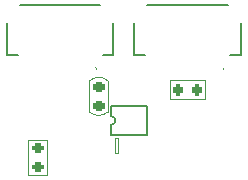
<source format=gbr>
%TF.GenerationSoftware,KiCad,Pcbnew,9.0.0*%
%TF.CreationDate,2025-02-26T19:49:16+08:00*%
%TF.ProjectId,keyboard,6b657962-6f61-4726-942e-6b696361645f,rev?*%
%TF.SameCoordinates,Original*%
%TF.FileFunction,Legend,Top*%
%TF.FilePolarity,Positive*%
%FSLAX46Y46*%
G04 Gerber Fmt 4.6, Leading zero omitted, Abs format (unit mm)*
G04 Created by KiCad (PCBNEW 9.0.0) date 2025-02-26 19:49:16*
%MOMM*%
%LPD*%
G01*
G04 APERTURE LIST*
G04 Aperture macros list*
%AMRoundRect*
0 Rectangle with rounded corners*
0 $1 Rounding radius*
0 $2 $3 $4 $5 $6 $7 $8 $9 X,Y pos of 4 corners*
0 Add a 4 corners polygon primitive as box body*
4,1,4,$2,$3,$4,$5,$6,$7,$8,$9,$2,$3,0*
0 Add four circle primitives for the rounded corners*
1,1,$1+$1,$2,$3*
1,1,$1+$1,$4,$5*
1,1,$1+$1,$6,$7*
1,1,$1+$1,$8,$9*
0 Add four rect primitives between the rounded corners*
20,1,$1+$1,$2,$3,$4,$5,0*
20,1,$1+$1,$4,$5,$6,$7,0*
20,1,$1+$1,$6,$7,$8,$9,0*
20,1,$1+$1,$8,$9,$2,$3,0*%
%AMOutline4P*
0 Free polygon, 4 corners , with rotation*
0 The origin of the aperture is its center*
0 number of corners: always 4*
0 $1 to $8 corner X, Y*
0 $9 Rotation angle, in degrees counterclockwise*
0 create outline with 4 corners*
4,1,4,$1,$2,$3,$4,$5,$6,$7,$8,$1,$2,$9*%
G04 Aperture macros list end*
%ADD10C,0.120000*%
%ADD11C,0.200000*%
%ADD12C,0.100000*%
%ADD13RoundRect,0.200000X0.200000X0.275000X-0.200000X0.275000X-0.200000X-0.275000X0.200000X-0.275000X0*%
%ADD14RoundRect,0.200000X0.275000X-0.200000X0.275000X0.200000X-0.275000X0.200000X-0.275000X-0.200000X0*%
%ADD15RoundRect,0.225000X-0.250000X0.225000X-0.250000X-0.225000X0.250000X-0.225000X0.250000X0.225000X0*%
%ADD16O,0.381000X1.371600*%
%ADD17RoundRect,0.050800X0.139700X-0.635000X0.139700X0.635000X-0.139700X0.635000X-0.139700X-0.635000X0*%
%ADD18C,3.200000*%
%ADD19R,0.600000X1.550000*%
%ADD20R,1.200000X1.800000*%
%ADD21R,3.611111X4.000000*%
%ADD22Outline4P,0.000000X-1.000000X0.000000X-1.000000X2.166666X1.000000X-2.166666X1.000000X0.000000*%
%ADD23Outline4P,-2.166666X-1.000000X2.166666X-1.000000X0.000000X1.000000X0.000000X1.000000X0.000000*%
%ADD24Outline4P,-1.083333X0.000000X1.083333X-2.000000X1.083333X2.000000X-1.083333X0.000000X0.000000*%
%ADD25R,2.166666X4.000000*%
%ADD26R,3.611110X4.000000*%
G04 APERTURE END LIST*
D10*
%TO.C,R1*%
X179160000Y-93191750D02*
X179160000Y-94791750D01*
X179160000Y-94791750D02*
X182160000Y-94791750D01*
X182160000Y-94791750D02*
X182160000Y-93191750D01*
X182160000Y-93191750D02*
X179160000Y-93191750D01*
%TO.C,R2*%
X168810000Y-101208250D02*
X168810000Y-98208250D01*
X167210000Y-101208250D02*
X168810000Y-101208250D01*
X167210000Y-98208250D02*
X167210000Y-101208250D01*
X168810000Y-98208250D02*
X167210000Y-98208250D01*
%TO.C,C4*%
X172360892Y-93252750D02*
X172360894Y-95852750D01*
X173960896Y-95852750D02*
X173960894Y-93252750D01*
X172360892Y-93252750D02*
G75*
G02*
X173960894Y-93252750I800001J-840224D01*
G01*
X173960896Y-95852750D02*
G75*
G02*
X172360894Y-95852750I-800001J840224D01*
G01*
D11*
%TO.C,U3*%
X174230542Y-96242740D02*
G75*
G02*
X174230542Y-96942760I0J-350010D01*
G01*
X174230542Y-97820740D02*
X177230542Y-97820740D01*
X174230542Y-97820740D02*
X174230542Y-96942740D01*
X177230542Y-97820740D02*
X177230542Y-95364760D01*
X174230542Y-96242760D02*
X174230542Y-95364760D01*
X174230542Y-95364760D02*
X177230542Y-95364760D01*
%TO.C,J2*%
X165405000Y-91050000D02*
X165405000Y-88325000D01*
X166305000Y-91050000D02*
X165405000Y-91050000D01*
D12*
X172905000Y-92125000D02*
X172905000Y-92125000D01*
X172905000Y-92225000D02*
X172905000Y-92225000D01*
D11*
X173305000Y-86800000D02*
X166505000Y-86800000D01*
X173505000Y-91050000D02*
X174405000Y-91050000D01*
X174405000Y-91050000D02*
X174405000Y-88325000D01*
D12*
X172905000Y-92125000D02*
G75*
G02*
X172905000Y-92225000I0J-50000D01*
G01*
X172905000Y-92225000D02*
G75*
G02*
X172905000Y-92125000I0J50000D01*
G01*
D11*
%TO.C,J3*%
X176185000Y-91050000D02*
X176185000Y-88325000D01*
X177085000Y-91050000D02*
X176185000Y-91050000D01*
D12*
X183685000Y-92125000D02*
X183685000Y-92125000D01*
X183685000Y-92225000D02*
X183685000Y-92225000D01*
D11*
X184085000Y-86800000D02*
X177285000Y-86800000D01*
X184285000Y-91050000D02*
X185185000Y-91050000D01*
X185185000Y-91050000D02*
X185185000Y-88325000D01*
D12*
X183685000Y-92125000D02*
G75*
G02*
X183685000Y-92225000I0J-50000D01*
G01*
X183685000Y-92225000D02*
G75*
G02*
X183685000Y-92125000I0J50000D01*
G01*
%TD*%
%LPC*%
D13*
%TO.C,R1*%
X179835000Y-93991750D03*
X181485000Y-93991750D03*
%TD*%
D14*
%TO.C,R2*%
X168010000Y-100533250D03*
X168010000Y-98883250D03*
%TD*%
D15*
%TO.C,C4*%
X173160894Y-93777750D03*
X173160894Y-95327750D03*
%TD*%
D16*
%TO.C,U3*%
X174733332Y-94433750D03*
X175233332Y-94433750D03*
X175733332Y-94433750D03*
X176233332Y-94433750D03*
X176733332Y-94433750D03*
X176733332Y-98751750D03*
X176233332Y-98751750D03*
X175733332Y-98751750D03*
X175233332Y-98751750D03*
D17*
X174733332Y-98751750D03*
%TD*%
D18*
%TO.C,H2*%
X181200000Y-33800000D03*
%TD*%
D19*
%TO.C,J2*%
X172905000Y-90925000D03*
X171905000Y-90925000D03*
X170905000Y-90925000D03*
X169905000Y-90925000D03*
X168905000Y-90925000D03*
X167905000Y-90925000D03*
X166905000Y-90925000D03*
D20*
X174205000Y-87050000D03*
X165605000Y-87050000D03*
%TD*%
D18*
%TO.C,H1*%
X169200000Y-33800000D03*
%TD*%
D19*
%TO.C,J3*%
X183685000Y-90925000D03*
X182685000Y-90925000D03*
X181685000Y-90925000D03*
X180685000Y-90925000D03*
X179685000Y-90925000D03*
X178685000Y-90925000D03*
X177685000Y-90925000D03*
D20*
X184985000Y-87050000D03*
X176385000Y-87050000D03*
%TD*%
D21*
%TO.C,U2*%
X169196666Y-107800000D03*
X169196666Y-111800000D03*
D22*
X171002221Y-106800000D03*
D23*
X171002221Y-108800000D03*
D22*
X171002221Y-110800000D03*
D23*
X171002221Y-112800000D03*
D24*
X173085555Y-107800000D03*
X173085555Y-111800000D03*
D25*
X175252221Y-107800000D03*
X175252221Y-111800000D03*
D22*
X176335554Y-106800000D03*
D23*
X176335554Y-108800000D03*
D22*
X176335554Y-110800000D03*
D23*
X176335554Y-112800000D03*
D24*
X178418888Y-107800000D03*
X178418888Y-111800000D03*
D26*
X181307776Y-107800000D03*
X181307776Y-111800000D03*
%TD*%
D18*
%TO.C,H3*%
X175275000Y-58775000D03*
%TD*%
%LPD*%
M02*

</source>
